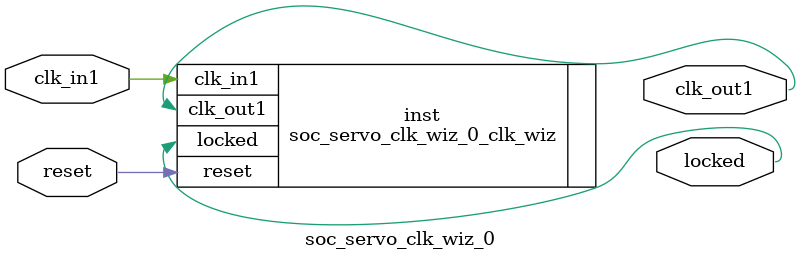
<source format=v>


`timescale 1ps/1ps

(* CORE_GENERATION_INFO = "soc_servo_clk_wiz_0,clk_wiz_v6_0_15_0_0,{component_name=soc_servo_clk_wiz_0,use_phase_alignment=true,use_min_o_jitter=false,use_max_i_jitter=false,use_dyn_phase_shift=false,use_inclk_switchover=false,use_dyn_reconfig=false,enable_axi=0,feedback_source=FDBK_AUTO,PRIMITIVE=MMCM,num_out_clk=1,clkin1_period=10.000,clkin2_period=10.000,use_power_down=false,use_reset=true,use_locked=true,use_inclk_stopped=false,feedback_type=SINGLE,CLOCK_MGR_TYPE=NA,manual_override=false}" *)

module soc_servo_clk_wiz_0 
 (
  // Clock out ports
  output        clk_out1,
  // Status and control signals
  input         reset,
  output        locked,
 // Clock in ports
  input         clk_in1
 );

  soc_servo_clk_wiz_0_clk_wiz inst
  (
  // Clock out ports  
  .clk_out1(clk_out1),
  // Status and control signals               
  .reset(reset), 
  .locked(locked),
 // Clock in ports
  .clk_in1(clk_in1)
  );

endmodule

</source>
